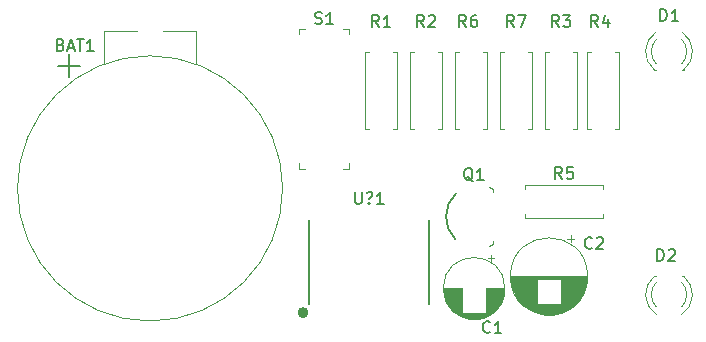
<source format=gto>
%TF.GenerationSoftware,KiCad,Pcbnew,(5.1.12)-1*%
%TF.CreationDate,2021-12-23T01:28:27-05:00*%
%TF.ProjectId,555_Badge,3535355f-4261-4646-9765-2e6b69636164,v01*%
%TF.SameCoordinates,Original*%
%TF.FileFunction,Legend,Top*%
%TF.FilePolarity,Positive*%
%FSLAX46Y46*%
G04 Gerber Fmt 4.6, Leading zero omitted, Abs format (unit mm)*
G04 Created by KiCad (PCBNEW (5.1.12)-1) date 2021-12-23 01:28:27*
%MOMM*%
%LPD*%
G01*
G04 APERTURE LIST*
%ADD10C,0.150000*%
%ADD11C,0.120000*%
%ADD12C,0.100000*%
%ADD13C,0.406400*%
%ADD14C,0.203200*%
G04 APERTURE END LIST*
D10*
X44752380Y-111687428D02*
X46687619Y-111687428D01*
X45720000Y-112655047D02*
X45720000Y-110719809D01*
D11*
%TO.C,R1*%
X70766000Y-117062000D02*
X71096000Y-117062000D01*
X70766000Y-110522000D02*
X70766000Y-117062000D01*
X71096000Y-110522000D02*
X70766000Y-110522000D01*
X73506000Y-117062000D02*
X73176000Y-117062000D01*
X73506000Y-110522000D02*
X73506000Y-117062000D01*
X73176000Y-110522000D02*
X73506000Y-110522000D01*
D12*
%TO.C,BAT1*%
X63804800Y-122072400D02*
G75*
G03*
X63804800Y-122072400I-11226800J0D01*
G01*
X48666400Y-111506000D02*
X48666400Y-108762800D01*
X56489600Y-111506000D02*
X56489600Y-108762800D01*
X48666400Y-108762800D02*
X51511200Y-108762800D01*
X56489600Y-108762800D02*
X53644800Y-108762800D01*
D11*
%TO.C,C1*%
X81735000Y-127985225D02*
X81235000Y-127985225D01*
X81485000Y-127735225D02*
X81485000Y-128235225D01*
X80294000Y-133141000D02*
X79726000Y-133141000D01*
X80528000Y-133101000D02*
X79492000Y-133101000D01*
X80687000Y-133061000D02*
X79333000Y-133061000D01*
X80815000Y-133021000D02*
X79205000Y-133021000D01*
X80925000Y-132981000D02*
X79095000Y-132981000D01*
X81021000Y-132941000D02*
X78999000Y-132941000D01*
X81108000Y-132901000D02*
X78912000Y-132901000D01*
X81188000Y-132861000D02*
X78832000Y-132861000D01*
X81261000Y-132821000D02*
X78759000Y-132821000D01*
X81329000Y-132781000D02*
X78691000Y-132781000D01*
X81393000Y-132741000D02*
X78627000Y-132741000D01*
X81453000Y-132701000D02*
X78567000Y-132701000D01*
X81510000Y-132661000D02*
X78510000Y-132661000D01*
X81564000Y-132621000D02*
X78456000Y-132621000D01*
X81615000Y-132581000D02*
X78405000Y-132581000D01*
X78970000Y-132541000D02*
X78357000Y-132541000D01*
X81663000Y-132541000D02*
X81050000Y-132541000D01*
X78970000Y-132501000D02*
X78311000Y-132501000D01*
X81709000Y-132501000D02*
X81050000Y-132501000D01*
X78970000Y-132461000D02*
X78267000Y-132461000D01*
X81753000Y-132461000D02*
X81050000Y-132461000D01*
X78970000Y-132421000D02*
X78225000Y-132421000D01*
X81795000Y-132421000D02*
X81050000Y-132421000D01*
X78970000Y-132381000D02*
X78184000Y-132381000D01*
X81836000Y-132381000D02*
X81050000Y-132381000D01*
X78970000Y-132341000D02*
X78146000Y-132341000D01*
X81874000Y-132341000D02*
X81050000Y-132341000D01*
X78970000Y-132301000D02*
X78109000Y-132301000D01*
X81911000Y-132301000D02*
X81050000Y-132301000D01*
X78970000Y-132261000D02*
X78073000Y-132261000D01*
X81947000Y-132261000D02*
X81050000Y-132261000D01*
X78970000Y-132221000D02*
X78039000Y-132221000D01*
X81981000Y-132221000D02*
X81050000Y-132221000D01*
X78970000Y-132181000D02*
X78006000Y-132181000D01*
X82014000Y-132181000D02*
X81050000Y-132181000D01*
X78970000Y-132141000D02*
X77975000Y-132141000D01*
X82045000Y-132141000D02*
X81050000Y-132141000D01*
X78970000Y-132101000D02*
X77945000Y-132101000D01*
X82075000Y-132101000D02*
X81050000Y-132101000D01*
X78970000Y-132061000D02*
X77915000Y-132061000D01*
X82105000Y-132061000D02*
X81050000Y-132061000D01*
X78970000Y-132021000D02*
X77888000Y-132021000D01*
X82132000Y-132021000D02*
X81050000Y-132021000D01*
X78970000Y-131981000D02*
X77861000Y-131981000D01*
X82159000Y-131981000D02*
X81050000Y-131981000D01*
X78970000Y-131941000D02*
X77835000Y-131941000D01*
X82185000Y-131941000D02*
X81050000Y-131941000D01*
X78970000Y-131901000D02*
X77810000Y-131901000D01*
X82210000Y-131901000D02*
X81050000Y-131901000D01*
X78970000Y-131861000D02*
X77786000Y-131861000D01*
X82234000Y-131861000D02*
X81050000Y-131861000D01*
X78970000Y-131821000D02*
X77763000Y-131821000D01*
X82257000Y-131821000D02*
X81050000Y-131821000D01*
X78970000Y-131781000D02*
X77742000Y-131781000D01*
X82278000Y-131781000D02*
X81050000Y-131781000D01*
X78970000Y-131741000D02*
X77720000Y-131741000D01*
X82300000Y-131741000D02*
X81050000Y-131741000D01*
X78970000Y-131701000D02*
X77700000Y-131701000D01*
X82320000Y-131701000D02*
X81050000Y-131701000D01*
X78970000Y-131661000D02*
X77681000Y-131661000D01*
X82339000Y-131661000D02*
X81050000Y-131661000D01*
X78970000Y-131621000D02*
X77662000Y-131621000D01*
X82358000Y-131621000D02*
X81050000Y-131621000D01*
X78970000Y-131581000D02*
X77645000Y-131581000D01*
X82375000Y-131581000D02*
X81050000Y-131581000D01*
X78970000Y-131541000D02*
X77628000Y-131541000D01*
X82392000Y-131541000D02*
X81050000Y-131541000D01*
X78970000Y-131501000D02*
X77612000Y-131501000D01*
X82408000Y-131501000D02*
X81050000Y-131501000D01*
X78970000Y-131461000D02*
X77596000Y-131461000D01*
X82424000Y-131461000D02*
X81050000Y-131461000D01*
X78970000Y-131421000D02*
X77582000Y-131421000D01*
X82438000Y-131421000D02*
X81050000Y-131421000D01*
X78970000Y-131381000D02*
X77568000Y-131381000D01*
X82452000Y-131381000D02*
X81050000Y-131381000D01*
X78970000Y-131341000D02*
X77555000Y-131341000D01*
X82465000Y-131341000D02*
X81050000Y-131341000D01*
X78970000Y-131301000D02*
X77542000Y-131301000D01*
X82478000Y-131301000D02*
X81050000Y-131301000D01*
X78970000Y-131261000D02*
X77530000Y-131261000D01*
X82490000Y-131261000D02*
X81050000Y-131261000D01*
X78970000Y-131220000D02*
X77519000Y-131220000D01*
X82501000Y-131220000D02*
X81050000Y-131220000D01*
X78970000Y-131180000D02*
X77509000Y-131180000D01*
X82511000Y-131180000D02*
X81050000Y-131180000D01*
X78970000Y-131140000D02*
X77499000Y-131140000D01*
X82521000Y-131140000D02*
X81050000Y-131140000D01*
X78970000Y-131100000D02*
X77490000Y-131100000D01*
X82530000Y-131100000D02*
X81050000Y-131100000D01*
X78970000Y-131060000D02*
X77482000Y-131060000D01*
X82538000Y-131060000D02*
X81050000Y-131060000D01*
X78970000Y-131020000D02*
X77474000Y-131020000D01*
X82546000Y-131020000D02*
X81050000Y-131020000D01*
X78970000Y-130980000D02*
X77467000Y-130980000D01*
X82553000Y-130980000D02*
X81050000Y-130980000D01*
X78970000Y-130940000D02*
X77460000Y-130940000D01*
X82560000Y-130940000D02*
X81050000Y-130940000D01*
X78970000Y-130900000D02*
X77454000Y-130900000D01*
X82566000Y-130900000D02*
X81050000Y-130900000D01*
X78970000Y-130860000D02*
X77449000Y-130860000D01*
X82571000Y-130860000D02*
X81050000Y-130860000D01*
X78970000Y-130820000D02*
X77445000Y-130820000D01*
X82575000Y-130820000D02*
X81050000Y-130820000D01*
X78970000Y-130780000D02*
X77441000Y-130780000D01*
X82579000Y-130780000D02*
X81050000Y-130780000D01*
X78970000Y-130740000D02*
X77437000Y-130740000D01*
X82583000Y-130740000D02*
X81050000Y-130740000D01*
X78970000Y-130700000D02*
X77434000Y-130700000D01*
X82586000Y-130700000D02*
X81050000Y-130700000D01*
X78970000Y-130660000D02*
X77432000Y-130660000D01*
X82588000Y-130660000D02*
X81050000Y-130660000D01*
X78970000Y-130620000D02*
X77431000Y-130620000D01*
X82589000Y-130620000D02*
X81050000Y-130620000D01*
X82590000Y-130580000D02*
X81050000Y-130580000D01*
X78970000Y-130580000D02*
X77430000Y-130580000D01*
X82590000Y-130540000D02*
X81050000Y-130540000D01*
X78970000Y-130540000D02*
X77430000Y-130540000D01*
X82630000Y-130540000D02*
G75*
G03*
X82630000Y-130540000I-2620000J0D01*
G01*
%TO.C,C2*%
X88514000Y-126334759D02*
X87884000Y-126334759D01*
X88199000Y-126019759D02*
X88199000Y-126649759D01*
X86762000Y-132761000D02*
X85958000Y-132761000D01*
X86993000Y-132721000D02*
X85727000Y-132721000D01*
X87162000Y-132681000D02*
X85558000Y-132681000D01*
X87300000Y-132641000D02*
X85420000Y-132641000D01*
X87419000Y-132601000D02*
X85301000Y-132601000D01*
X87525000Y-132561000D02*
X85195000Y-132561000D01*
X87622000Y-132521000D02*
X85098000Y-132521000D01*
X87710000Y-132481000D02*
X85010000Y-132481000D01*
X87792000Y-132441000D02*
X84928000Y-132441000D01*
X87869000Y-132401000D02*
X84851000Y-132401000D01*
X87941000Y-132361000D02*
X84779000Y-132361000D01*
X88010000Y-132321000D02*
X84710000Y-132321000D01*
X88074000Y-132281000D02*
X84646000Y-132281000D01*
X88136000Y-132241000D02*
X84584000Y-132241000D01*
X88194000Y-132201000D02*
X84526000Y-132201000D01*
X88250000Y-132161000D02*
X84470000Y-132161000D01*
X88304000Y-132121000D02*
X84416000Y-132121000D01*
X88355000Y-132081000D02*
X84365000Y-132081000D01*
X88404000Y-132041000D02*
X84316000Y-132041000D01*
X88452000Y-132001000D02*
X84268000Y-132001000D01*
X88497000Y-131961000D02*
X84223000Y-131961000D01*
X88542000Y-131921000D02*
X84178000Y-131921000D01*
X88584000Y-131881000D02*
X84136000Y-131881000D01*
X88625000Y-131841000D02*
X84095000Y-131841000D01*
X85320000Y-131801000D02*
X84055000Y-131801000D01*
X88665000Y-131801000D02*
X87400000Y-131801000D01*
X85320000Y-131761000D02*
X84017000Y-131761000D01*
X88703000Y-131761000D02*
X87400000Y-131761000D01*
X85320000Y-131721000D02*
X83980000Y-131721000D01*
X88740000Y-131721000D02*
X87400000Y-131721000D01*
X85320000Y-131681000D02*
X83944000Y-131681000D01*
X88776000Y-131681000D02*
X87400000Y-131681000D01*
X85320000Y-131641000D02*
X83910000Y-131641000D01*
X88810000Y-131641000D02*
X87400000Y-131641000D01*
X85320000Y-131601000D02*
X83876000Y-131601000D01*
X88844000Y-131601000D02*
X87400000Y-131601000D01*
X85320000Y-131561000D02*
X83844000Y-131561000D01*
X88876000Y-131561000D02*
X87400000Y-131561000D01*
X85320000Y-131521000D02*
X83812000Y-131521000D01*
X88908000Y-131521000D02*
X87400000Y-131521000D01*
X85320000Y-131481000D02*
X83782000Y-131481000D01*
X88938000Y-131481000D02*
X87400000Y-131481000D01*
X85320000Y-131441000D02*
X83753000Y-131441000D01*
X88967000Y-131441000D02*
X87400000Y-131441000D01*
X85320000Y-131401000D02*
X83724000Y-131401000D01*
X88996000Y-131401000D02*
X87400000Y-131401000D01*
X85320000Y-131361000D02*
X83696000Y-131361000D01*
X89024000Y-131361000D02*
X87400000Y-131361000D01*
X85320000Y-131321000D02*
X83670000Y-131321000D01*
X89050000Y-131321000D02*
X87400000Y-131321000D01*
X85320000Y-131281000D02*
X83644000Y-131281000D01*
X89076000Y-131281000D02*
X87400000Y-131281000D01*
X85320000Y-131241000D02*
X83618000Y-131241000D01*
X89102000Y-131241000D02*
X87400000Y-131241000D01*
X85320000Y-131201000D02*
X83594000Y-131201000D01*
X89126000Y-131201000D02*
X87400000Y-131201000D01*
X85320000Y-131161000D02*
X83570000Y-131161000D01*
X89150000Y-131161000D02*
X87400000Y-131161000D01*
X85320000Y-131121000D02*
X83548000Y-131121000D01*
X89172000Y-131121000D02*
X87400000Y-131121000D01*
X85320000Y-131081000D02*
X83526000Y-131081000D01*
X89194000Y-131081000D02*
X87400000Y-131081000D01*
X85320000Y-131041000D02*
X83504000Y-131041000D01*
X89216000Y-131041000D02*
X87400000Y-131041000D01*
X85320000Y-131001000D02*
X83484000Y-131001000D01*
X89236000Y-131001000D02*
X87400000Y-131001000D01*
X85320000Y-130961000D02*
X83464000Y-130961000D01*
X89256000Y-130961000D02*
X87400000Y-130961000D01*
X85320000Y-130921000D02*
X83444000Y-130921000D01*
X89276000Y-130921000D02*
X87400000Y-130921000D01*
X85320000Y-130881000D02*
X83426000Y-130881000D01*
X89294000Y-130881000D02*
X87400000Y-130881000D01*
X85320000Y-130841000D02*
X83408000Y-130841000D01*
X89312000Y-130841000D02*
X87400000Y-130841000D01*
X85320000Y-130801000D02*
X83390000Y-130801000D01*
X89330000Y-130801000D02*
X87400000Y-130801000D01*
X85320000Y-130761000D02*
X83374000Y-130761000D01*
X89346000Y-130761000D02*
X87400000Y-130761000D01*
X85320000Y-130721000D02*
X83358000Y-130721000D01*
X89362000Y-130721000D02*
X87400000Y-130721000D01*
X85320000Y-130681000D02*
X83342000Y-130681000D01*
X89378000Y-130681000D02*
X87400000Y-130681000D01*
X85320000Y-130641000D02*
X83327000Y-130641000D01*
X89393000Y-130641000D02*
X87400000Y-130641000D01*
X85320000Y-130601000D02*
X83313000Y-130601000D01*
X89407000Y-130601000D02*
X87400000Y-130601000D01*
X85320000Y-130561000D02*
X83299000Y-130561000D01*
X89421000Y-130561000D02*
X87400000Y-130561000D01*
X85320000Y-130521000D02*
X83286000Y-130521000D01*
X89434000Y-130521000D02*
X87400000Y-130521000D01*
X85320000Y-130481000D02*
X83274000Y-130481000D01*
X89446000Y-130481000D02*
X87400000Y-130481000D01*
X85320000Y-130441000D02*
X83262000Y-130441000D01*
X89458000Y-130441000D02*
X87400000Y-130441000D01*
X85320000Y-130401000D02*
X83250000Y-130401000D01*
X89470000Y-130401000D02*
X87400000Y-130401000D01*
X85320000Y-130361000D02*
X83239000Y-130361000D01*
X89481000Y-130361000D02*
X87400000Y-130361000D01*
X85320000Y-130321000D02*
X83229000Y-130321000D01*
X89491000Y-130321000D02*
X87400000Y-130321000D01*
X85320000Y-130281000D02*
X83219000Y-130281000D01*
X89501000Y-130281000D02*
X87400000Y-130281000D01*
X85320000Y-130241000D02*
X83210000Y-130241000D01*
X89510000Y-130241000D02*
X87400000Y-130241000D01*
X85320000Y-130200000D02*
X83201000Y-130200000D01*
X89519000Y-130200000D02*
X87400000Y-130200000D01*
X85320000Y-130160000D02*
X83193000Y-130160000D01*
X89527000Y-130160000D02*
X87400000Y-130160000D01*
X85320000Y-130120000D02*
X83185000Y-130120000D01*
X89535000Y-130120000D02*
X87400000Y-130120000D01*
X85320000Y-130080000D02*
X83178000Y-130080000D01*
X89542000Y-130080000D02*
X87400000Y-130080000D01*
X85320000Y-130040000D02*
X83171000Y-130040000D01*
X89549000Y-130040000D02*
X87400000Y-130040000D01*
X85320000Y-130000000D02*
X83165000Y-130000000D01*
X89555000Y-130000000D02*
X87400000Y-130000000D01*
X85320000Y-129960000D02*
X83159000Y-129960000D01*
X89561000Y-129960000D02*
X87400000Y-129960000D01*
X85320000Y-129920000D02*
X83154000Y-129920000D01*
X89566000Y-129920000D02*
X87400000Y-129920000D01*
X85320000Y-129880000D02*
X83149000Y-129880000D01*
X89571000Y-129880000D02*
X87400000Y-129880000D01*
X85320000Y-129840000D02*
X83145000Y-129840000D01*
X89575000Y-129840000D02*
X87400000Y-129840000D01*
X85320000Y-129800000D02*
X83142000Y-129800000D01*
X89578000Y-129800000D02*
X87400000Y-129800000D01*
X85320000Y-129760000D02*
X83138000Y-129760000D01*
X89582000Y-129760000D02*
X87400000Y-129760000D01*
X89584000Y-129720000D02*
X83136000Y-129720000D01*
X89587000Y-129680000D02*
X83133000Y-129680000D01*
X89588000Y-129640000D02*
X83132000Y-129640000D01*
X89590000Y-129600000D02*
X83130000Y-129600000D01*
X89590000Y-129560000D02*
X83130000Y-129560000D01*
X89590000Y-129520000D02*
X83130000Y-129520000D01*
X89630000Y-129520000D02*
G75*
G03*
X89630000Y-129520000I-3270000J0D01*
G01*
%TO.C,D1*%
X97600000Y-112050000D02*
X97756000Y-112050000D01*
X95284000Y-112050000D02*
X95440000Y-112050000D01*
X95441392Y-108817665D02*
G75*
G03*
X95284484Y-112050000I1078608J-1672335D01*
G01*
X97598608Y-108817665D02*
G75*
G02*
X97755516Y-112050000I-1078608J-1672335D01*
G01*
X95440163Y-109448870D02*
G75*
G03*
X95440000Y-111530961I1079837J-1041130D01*
G01*
X97599837Y-109448870D02*
G75*
G02*
X97600000Y-111530961I-1079837J-1041130D01*
G01*
%TO.C,D2*%
X95440163Y-132105130D02*
G75*
G02*
X95440000Y-130023039I1079837J1041130D01*
G01*
X97599837Y-132105130D02*
G75*
G03*
X97600000Y-130023039I-1079837J1041130D01*
G01*
X95441392Y-132736335D02*
G75*
G02*
X95284484Y-129504000I1078608J1672335D01*
G01*
X97598608Y-132736335D02*
G75*
G03*
X97755516Y-129504000I-1078608J1672335D01*
G01*
X97756000Y-129504000D02*
X97600000Y-129504000D01*
X95440000Y-129504000D02*
X95284000Y-129504000D01*
D12*
%TO.C,Q1*%
X81610000Y-126810000D02*
X81310000Y-126960000D01*
X81610000Y-126510000D02*
X81610000Y-126810000D01*
X81610000Y-122110000D02*
X81610000Y-122410000D01*
X81610000Y-122110000D02*
X81310000Y-121960000D01*
D10*
X78460000Y-122510000D02*
G75*
G03*
X78410000Y-126360000I1900000J-1950000D01*
G01*
D11*
%TO.C,R2*%
X74906000Y-117062000D02*
X74576000Y-117062000D01*
X74576000Y-117062000D02*
X74576000Y-110522000D01*
X74576000Y-110522000D02*
X74906000Y-110522000D01*
X76986000Y-117062000D02*
X77316000Y-117062000D01*
X77316000Y-117062000D02*
X77316000Y-110522000D01*
X77316000Y-110522000D02*
X76986000Y-110522000D01*
%TO.C,R3*%
X88746000Y-110522000D02*
X88416000Y-110522000D01*
X88746000Y-117062000D02*
X88746000Y-110522000D01*
X88416000Y-117062000D02*
X88746000Y-117062000D01*
X86006000Y-110522000D02*
X86336000Y-110522000D01*
X86006000Y-117062000D02*
X86006000Y-110522000D01*
X86336000Y-117062000D02*
X86006000Y-117062000D01*
%TO.C,R4*%
X89892000Y-117062000D02*
X89562000Y-117062000D01*
X89562000Y-117062000D02*
X89562000Y-110522000D01*
X89562000Y-110522000D02*
X89892000Y-110522000D01*
X91972000Y-117062000D02*
X92302000Y-117062000D01*
X92302000Y-117062000D02*
X92302000Y-110522000D01*
X92302000Y-110522000D02*
X91972000Y-110522000D01*
%TO.C,R5*%
X90900000Y-124560000D02*
X90900000Y-124230000D01*
X84360000Y-124560000D02*
X90900000Y-124560000D01*
X84360000Y-124230000D02*
X84360000Y-124560000D01*
X90900000Y-121820000D02*
X90900000Y-122150000D01*
X84360000Y-121820000D02*
X90900000Y-121820000D01*
X84360000Y-122150000D02*
X84360000Y-121820000D01*
%TO.C,R6*%
X78386000Y-117062000D02*
X78716000Y-117062000D01*
X78386000Y-110522000D02*
X78386000Y-117062000D01*
X78716000Y-110522000D02*
X78386000Y-110522000D01*
X81126000Y-117062000D02*
X80796000Y-117062000D01*
X81126000Y-110522000D02*
X81126000Y-117062000D01*
X80796000Y-110522000D02*
X81126000Y-110522000D01*
%TO.C,R7*%
X84606000Y-110522000D02*
X84936000Y-110522000D01*
X84936000Y-110522000D02*
X84936000Y-117062000D01*
X84936000Y-117062000D02*
X84606000Y-117062000D01*
X82526000Y-110522000D02*
X82196000Y-110522000D01*
X82196000Y-110522000D02*
X82196000Y-117062000D01*
X82196000Y-117062000D02*
X82526000Y-117062000D01*
D12*
%TO.C,S1*%
X65210000Y-108540000D02*
X65210000Y-109040000D01*
X65210000Y-108540000D02*
X65710000Y-108540000D01*
X65210000Y-120440000D02*
X65710000Y-120440000D01*
X65210000Y-120440000D02*
X65210000Y-119940000D01*
X69410000Y-120440000D02*
X68910000Y-120440000D01*
X69410000Y-120440000D02*
X69410000Y-119940000D01*
X69410000Y-108540000D02*
X68910000Y-108540000D01*
X69410000Y-108540000D02*
X69410000Y-109040000D01*
D13*
%TO.C,U?1*%
X65786000Y-132588000D02*
G75*
G03*
X65786000Y-132588000I-254000J0D01*
G01*
D14*
X76200000Y-124714000D02*
X76200000Y-131826000D01*
X66040000Y-124714000D02*
X66040000Y-131826000D01*
%TO.C,R1*%
D10*
X71969333Y-108402380D02*
X71636000Y-107926190D01*
X71397904Y-108402380D02*
X71397904Y-107402380D01*
X71778857Y-107402380D01*
X71874095Y-107450000D01*
X71921714Y-107497619D01*
X71969333Y-107592857D01*
X71969333Y-107735714D01*
X71921714Y-107830952D01*
X71874095Y-107878571D01*
X71778857Y-107926190D01*
X71397904Y-107926190D01*
X72921714Y-108402380D02*
X72350285Y-108402380D01*
X72636000Y-108402380D02*
X72636000Y-107402380D01*
X72540761Y-107545238D01*
X72445523Y-107640476D01*
X72350285Y-107688095D01*
%TO.C,BAT1*%
X45013714Y-109910571D02*
X45156571Y-109958190D01*
X45204190Y-110005809D01*
X45251809Y-110101047D01*
X45251809Y-110243904D01*
X45204190Y-110339142D01*
X45156571Y-110386761D01*
X45061333Y-110434380D01*
X44680380Y-110434380D01*
X44680380Y-109434380D01*
X45013714Y-109434380D01*
X45108952Y-109482000D01*
X45156571Y-109529619D01*
X45204190Y-109624857D01*
X45204190Y-109720095D01*
X45156571Y-109815333D01*
X45108952Y-109862952D01*
X45013714Y-109910571D01*
X44680380Y-109910571D01*
X45632761Y-110148666D02*
X46108952Y-110148666D01*
X45537523Y-110434380D02*
X45870857Y-109434380D01*
X46204190Y-110434380D01*
X46394666Y-109434380D02*
X46966095Y-109434380D01*
X46680380Y-110434380D02*
X46680380Y-109434380D01*
X47823238Y-110434380D02*
X47251809Y-110434380D01*
X47537523Y-110434380D02*
X47537523Y-109434380D01*
X47442285Y-109577238D01*
X47347047Y-109672476D01*
X47251809Y-109720095D01*
%TO.C,C1*%
X81367333Y-134215142D02*
X81319714Y-134262761D01*
X81176857Y-134310380D01*
X81081619Y-134310380D01*
X80938761Y-134262761D01*
X80843523Y-134167523D01*
X80795904Y-134072285D01*
X80748285Y-133881809D01*
X80748285Y-133738952D01*
X80795904Y-133548476D01*
X80843523Y-133453238D01*
X80938761Y-133358000D01*
X81081619Y-133310380D01*
X81176857Y-133310380D01*
X81319714Y-133358000D01*
X81367333Y-133405619D01*
X82319714Y-134310380D02*
X81748285Y-134310380D01*
X82034000Y-134310380D02*
X82034000Y-133310380D01*
X81938761Y-133453238D01*
X81843523Y-133548476D01*
X81748285Y-133596095D01*
%TO.C,C2*%
X90003333Y-127103142D02*
X89955714Y-127150761D01*
X89812857Y-127198380D01*
X89717619Y-127198380D01*
X89574761Y-127150761D01*
X89479523Y-127055523D01*
X89431904Y-126960285D01*
X89384285Y-126769809D01*
X89384285Y-126626952D01*
X89431904Y-126436476D01*
X89479523Y-126341238D01*
X89574761Y-126246000D01*
X89717619Y-126198380D01*
X89812857Y-126198380D01*
X89955714Y-126246000D01*
X90003333Y-126293619D01*
X90384285Y-126293619D02*
X90431904Y-126246000D01*
X90527142Y-126198380D01*
X90765238Y-126198380D01*
X90860476Y-126246000D01*
X90908095Y-126293619D01*
X90955714Y-126388857D01*
X90955714Y-126484095D01*
X90908095Y-126626952D01*
X90336666Y-127198380D01*
X90955714Y-127198380D01*
%TO.C,D1*%
X95781904Y-107894380D02*
X95781904Y-106894380D01*
X96020000Y-106894380D01*
X96162857Y-106942000D01*
X96258095Y-107037238D01*
X96305714Y-107132476D01*
X96353333Y-107322952D01*
X96353333Y-107465809D01*
X96305714Y-107656285D01*
X96258095Y-107751523D01*
X96162857Y-107846761D01*
X96020000Y-107894380D01*
X95781904Y-107894380D01*
X97305714Y-107894380D02*
X96734285Y-107894380D01*
X97020000Y-107894380D02*
X97020000Y-106894380D01*
X96924761Y-107037238D01*
X96829523Y-107132476D01*
X96734285Y-107180095D01*
%TO.C,D2*%
X95527904Y-128214380D02*
X95527904Y-127214380D01*
X95766000Y-127214380D01*
X95908857Y-127262000D01*
X96004095Y-127357238D01*
X96051714Y-127452476D01*
X96099333Y-127642952D01*
X96099333Y-127785809D01*
X96051714Y-127976285D01*
X96004095Y-128071523D01*
X95908857Y-128166761D01*
X95766000Y-128214380D01*
X95527904Y-128214380D01*
X96480285Y-127309619D02*
X96527904Y-127262000D01*
X96623142Y-127214380D01*
X96861238Y-127214380D01*
X96956476Y-127262000D01*
X97004095Y-127309619D01*
X97051714Y-127404857D01*
X97051714Y-127500095D01*
X97004095Y-127642952D01*
X96432666Y-128214380D01*
X97051714Y-128214380D01*
%TO.C,Q1*%
X79914761Y-121451619D02*
X79819523Y-121404000D01*
X79724285Y-121308761D01*
X79581428Y-121165904D01*
X79486190Y-121118285D01*
X79390952Y-121118285D01*
X79438571Y-121356380D02*
X79343333Y-121308761D01*
X79248095Y-121213523D01*
X79200476Y-121023047D01*
X79200476Y-120689714D01*
X79248095Y-120499238D01*
X79343333Y-120404000D01*
X79438571Y-120356380D01*
X79629047Y-120356380D01*
X79724285Y-120404000D01*
X79819523Y-120499238D01*
X79867142Y-120689714D01*
X79867142Y-121023047D01*
X79819523Y-121213523D01*
X79724285Y-121308761D01*
X79629047Y-121356380D01*
X79438571Y-121356380D01*
X80819523Y-121356380D02*
X80248095Y-121356380D01*
X80533809Y-121356380D02*
X80533809Y-120356380D01*
X80438571Y-120499238D01*
X80343333Y-120594476D01*
X80248095Y-120642095D01*
%TO.C,R2*%
X75779333Y-108402380D02*
X75446000Y-107926190D01*
X75207904Y-108402380D02*
X75207904Y-107402380D01*
X75588857Y-107402380D01*
X75684095Y-107450000D01*
X75731714Y-107497619D01*
X75779333Y-107592857D01*
X75779333Y-107735714D01*
X75731714Y-107830952D01*
X75684095Y-107878571D01*
X75588857Y-107926190D01*
X75207904Y-107926190D01*
X76160285Y-107497619D02*
X76207904Y-107450000D01*
X76303142Y-107402380D01*
X76541238Y-107402380D01*
X76636476Y-107450000D01*
X76684095Y-107497619D01*
X76731714Y-107592857D01*
X76731714Y-107688095D01*
X76684095Y-107830952D01*
X76112666Y-108402380D01*
X76731714Y-108402380D01*
%TO.C,R3*%
X87209333Y-108402380D02*
X86876000Y-107926190D01*
X86637904Y-108402380D02*
X86637904Y-107402380D01*
X87018857Y-107402380D01*
X87114095Y-107450000D01*
X87161714Y-107497619D01*
X87209333Y-107592857D01*
X87209333Y-107735714D01*
X87161714Y-107830952D01*
X87114095Y-107878571D01*
X87018857Y-107926190D01*
X86637904Y-107926190D01*
X87542666Y-107402380D02*
X88161714Y-107402380D01*
X87828380Y-107783333D01*
X87971238Y-107783333D01*
X88066476Y-107830952D01*
X88114095Y-107878571D01*
X88161714Y-107973809D01*
X88161714Y-108211904D01*
X88114095Y-108307142D01*
X88066476Y-108354761D01*
X87971238Y-108402380D01*
X87685523Y-108402380D01*
X87590285Y-108354761D01*
X87542666Y-108307142D01*
%TO.C,R4*%
X90511333Y-108402380D02*
X90178000Y-107926190D01*
X89939904Y-108402380D02*
X89939904Y-107402380D01*
X90320857Y-107402380D01*
X90416095Y-107450000D01*
X90463714Y-107497619D01*
X90511333Y-107592857D01*
X90511333Y-107735714D01*
X90463714Y-107830952D01*
X90416095Y-107878571D01*
X90320857Y-107926190D01*
X89939904Y-107926190D01*
X91368476Y-107735714D02*
X91368476Y-108402380D01*
X91130380Y-107354761D02*
X90892285Y-108069047D01*
X91511333Y-108069047D01*
%TO.C,R5*%
X87463333Y-121272380D02*
X87130000Y-120796190D01*
X86891904Y-121272380D02*
X86891904Y-120272380D01*
X87272857Y-120272380D01*
X87368095Y-120320000D01*
X87415714Y-120367619D01*
X87463333Y-120462857D01*
X87463333Y-120605714D01*
X87415714Y-120700952D01*
X87368095Y-120748571D01*
X87272857Y-120796190D01*
X86891904Y-120796190D01*
X88368095Y-120272380D02*
X87891904Y-120272380D01*
X87844285Y-120748571D01*
X87891904Y-120700952D01*
X87987142Y-120653333D01*
X88225238Y-120653333D01*
X88320476Y-120700952D01*
X88368095Y-120748571D01*
X88415714Y-120843809D01*
X88415714Y-121081904D01*
X88368095Y-121177142D01*
X88320476Y-121224761D01*
X88225238Y-121272380D01*
X87987142Y-121272380D01*
X87891904Y-121224761D01*
X87844285Y-121177142D01*
%TO.C,R6*%
X79335333Y-108402380D02*
X79002000Y-107926190D01*
X78763904Y-108402380D02*
X78763904Y-107402380D01*
X79144857Y-107402380D01*
X79240095Y-107450000D01*
X79287714Y-107497619D01*
X79335333Y-107592857D01*
X79335333Y-107735714D01*
X79287714Y-107830952D01*
X79240095Y-107878571D01*
X79144857Y-107926190D01*
X78763904Y-107926190D01*
X80192476Y-107402380D02*
X80002000Y-107402380D01*
X79906761Y-107450000D01*
X79859142Y-107497619D01*
X79763904Y-107640476D01*
X79716285Y-107830952D01*
X79716285Y-108211904D01*
X79763904Y-108307142D01*
X79811523Y-108354761D01*
X79906761Y-108402380D01*
X80097238Y-108402380D01*
X80192476Y-108354761D01*
X80240095Y-108307142D01*
X80287714Y-108211904D01*
X80287714Y-107973809D01*
X80240095Y-107878571D01*
X80192476Y-107830952D01*
X80097238Y-107783333D01*
X79906761Y-107783333D01*
X79811523Y-107830952D01*
X79763904Y-107878571D01*
X79716285Y-107973809D01*
%TO.C,R7*%
X83399333Y-108402380D02*
X83066000Y-107926190D01*
X82827904Y-108402380D02*
X82827904Y-107402380D01*
X83208857Y-107402380D01*
X83304095Y-107450000D01*
X83351714Y-107497619D01*
X83399333Y-107592857D01*
X83399333Y-107735714D01*
X83351714Y-107830952D01*
X83304095Y-107878571D01*
X83208857Y-107926190D01*
X82827904Y-107926190D01*
X83732666Y-107402380D02*
X84399333Y-107402380D01*
X83970761Y-108402380D01*
%TO.C,S1*%
X66548095Y-108100761D02*
X66690952Y-108148380D01*
X66929047Y-108148380D01*
X67024285Y-108100761D01*
X67071904Y-108053142D01*
X67119523Y-107957904D01*
X67119523Y-107862666D01*
X67071904Y-107767428D01*
X67024285Y-107719809D01*
X66929047Y-107672190D01*
X66738571Y-107624571D01*
X66643333Y-107576952D01*
X66595714Y-107529333D01*
X66548095Y-107434095D01*
X66548095Y-107338857D01*
X66595714Y-107243619D01*
X66643333Y-107196000D01*
X66738571Y-107148380D01*
X66976666Y-107148380D01*
X67119523Y-107196000D01*
X68071904Y-108148380D02*
X67500476Y-108148380D01*
X67786190Y-108148380D02*
X67786190Y-107148380D01*
X67690952Y-107291238D01*
X67595714Y-107386476D01*
X67500476Y-107434095D01*
%TO.C,U?1*%
X69929523Y-122388380D02*
X69929523Y-123197904D01*
X69977142Y-123293142D01*
X70024761Y-123340761D01*
X70120000Y-123388380D01*
X70310476Y-123388380D01*
X70405714Y-123340761D01*
X70453333Y-123293142D01*
X70500952Y-123197904D01*
X70500952Y-122388380D01*
X71120000Y-123293142D02*
X71167619Y-123340761D01*
X71120000Y-123388380D01*
X71072380Y-123340761D01*
X71120000Y-123293142D01*
X71120000Y-123388380D01*
X70929523Y-122436000D02*
X71024761Y-122388380D01*
X71262857Y-122388380D01*
X71358095Y-122436000D01*
X71405714Y-122531238D01*
X71405714Y-122626476D01*
X71358095Y-122721714D01*
X71310476Y-122769333D01*
X71215238Y-122816952D01*
X71167619Y-122864571D01*
X71120000Y-122959809D01*
X71120000Y-123007428D01*
X72358095Y-123388380D02*
X71786666Y-123388380D01*
X72072380Y-123388380D02*
X72072380Y-122388380D01*
X71977142Y-122531238D01*
X71881904Y-122626476D01*
X71786666Y-122674095D01*
%TD*%
M02*

</source>
